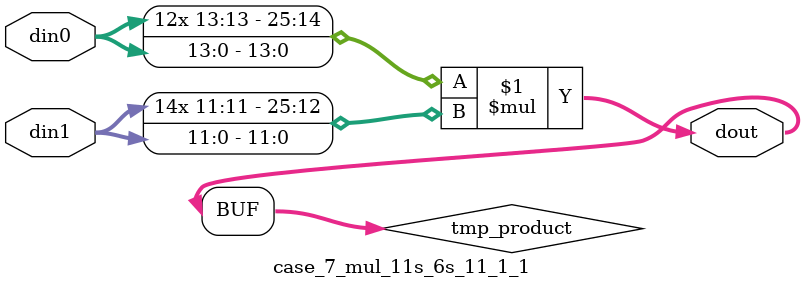
<source format=v>

`timescale 1 ns / 1 ps

 module case_7_mul_11s_6s_11_1_1(din0, din1, dout);
parameter ID = 1;
parameter NUM_STAGE = 0;
parameter din0_WIDTH = 14;
parameter din1_WIDTH = 12;
parameter dout_WIDTH = 26;

input [din0_WIDTH - 1 : 0] din0; 
input [din1_WIDTH - 1 : 0] din1; 
output [dout_WIDTH - 1 : 0] dout;

wire signed [dout_WIDTH - 1 : 0] tmp_product;



























assign tmp_product = $signed(din0) * $signed(din1);








assign dout = tmp_product;





















endmodule

</source>
